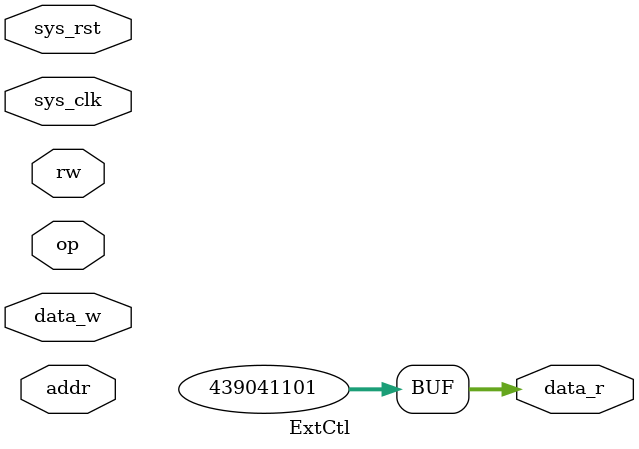
<source format=v>
module ExtCtl(
    // 时钟
    sys_clk,

    // 复位
    sys_rst,

    // 操作
    // 0 = 无操作
    // 1 = 操作
    op,

    // 读写标志位
    // 0=读
    // 1=写
    rw,

    // 读写地址
    addr,

    // 数据（写）
    data_w,

    // 数据（读）
    data_r
);

    // ========================================
    // 常量定义
    // ========================================
    parameter   ADDR_WIDTH  = 32;
    parameter   DATA_WIDTH  = 32;




    // ========================================
    // 端口类型定义
    // ========================================
    input   wire            sys_clk;
    
    input   wire            sys_rst;

    input   wire            op;
    
    input   wire            rw;
    
    input   wire [ADDR_WIDTH - 1:0]     addr;

    input   wire [DATA_WIDTH - 1:0]     data_w;

    output  wire [DATA_WIDTH - 1:0]     data_r;




    assign data_r = 32'h1a2b3c4d;



endmodule

</source>
